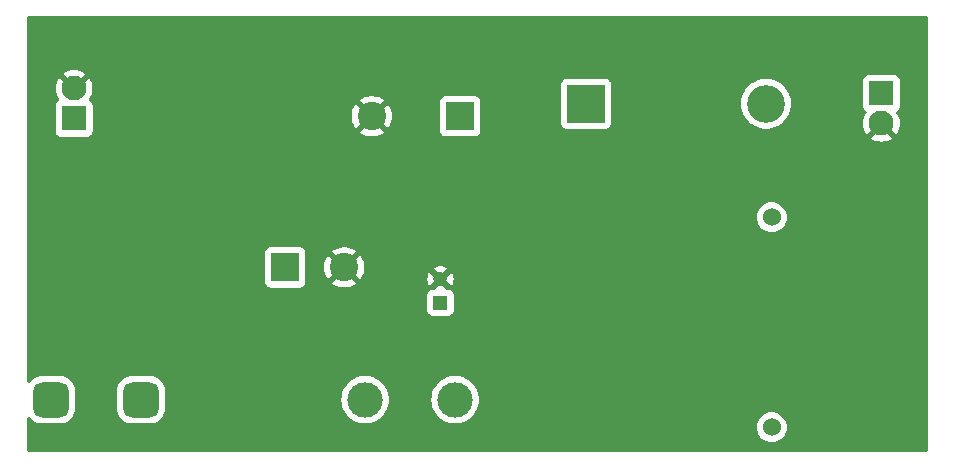
<source format=gbr>
%TF.GenerationSoftware,KiCad,Pcbnew,7.0.7*%
%TF.CreationDate,2023-09-13T14:26:25-04:00*%
%TF.ProjectId,Alim12,416c696d-3132-42e6-9b69-6361645f7063,rev?*%
%TF.SameCoordinates,Original*%
%TF.FileFunction,Copper,L2,Inr*%
%TF.FilePolarity,Positive*%
%FSLAX46Y46*%
G04 Gerber Fmt 4.6, Leading zero omitted, Abs format (unit mm)*
G04 Created by KiCad (PCBNEW 7.0.7) date 2023-09-13 14:26:25*
%MOMM*%
%LPD*%
G01*
G04 APERTURE LIST*
G04 Aperture macros list*
%AMRoundRect*
0 Rectangle with rounded corners*
0 $1 Rounding radius*
0 $2 $3 $4 $5 $6 $7 $8 $9 X,Y pos of 4 corners*
0 Add a 4 corners polygon primitive as box body*
4,1,4,$2,$3,$4,$5,$6,$7,$8,$9,$2,$3,0*
0 Add four circle primitives for the rounded corners*
1,1,$1+$1,$2,$3*
1,1,$1+$1,$4,$5*
1,1,$1+$1,$6,$7*
1,1,$1+$1,$8,$9*
0 Add four rect primitives between the rounded corners*
20,1,$1+$1,$2,$3,$4,$5,0*
20,1,$1+$1,$4,$5,$6,$7,0*
20,1,$1+$1,$6,$7,$8,$9,0*
20,1,$1+$1,$8,$9,$2,$3,0*%
G04 Aperture macros list end*
%TA.AperFunction,ComponentPad*%
%ADD10R,2.400000X2.400000*%
%TD*%
%TA.AperFunction,ComponentPad*%
%ADD11C,2.400000*%
%TD*%
%TA.AperFunction,ComponentPad*%
%ADD12R,2.100000X2.100000*%
%TD*%
%TA.AperFunction,ComponentPad*%
%ADD13C,2.100000*%
%TD*%
%TA.AperFunction,ComponentPad*%
%ADD14C,1.524000*%
%TD*%
%TA.AperFunction,ComponentPad*%
%ADD15RoundRect,0.750000X-0.750000X-0.750000X0.750000X-0.750000X0.750000X0.750000X-0.750000X0.750000X0*%
%TD*%
%TA.AperFunction,ComponentPad*%
%ADD16C,3.000000*%
%TD*%
%TA.AperFunction,ComponentPad*%
%ADD17R,3.200000X3.200000*%
%TD*%
%TA.AperFunction,ComponentPad*%
%ADD18O,3.200000X3.200000*%
%TD*%
%TA.AperFunction,ComponentPad*%
%ADD19R,1.200000X1.200000*%
%TD*%
%TA.AperFunction,ComponentPad*%
%ADD20C,1.200000*%
%TD*%
%TA.AperFunction,ViaPad*%
%ADD21C,0.800000*%
%TD*%
G04 APERTURE END LIST*
D10*
%TO.N,Net-(D1-K)*%
%TO.C,C3*%
X139160000Y-96030000D03*
D11*
%TO.N,GND*%
X131660000Y-96030000D03*
%TD*%
D12*
%TO.N,Net-(D1-K)*%
%TO.C,J3*%
X174820000Y-94090000D03*
D13*
%TO.N,GND*%
X174820000Y-96630000D03*
%TD*%
D10*
%TO.N,Net-(U1-VCC)*%
%TO.C,C1*%
X124350000Y-108830000D03*
D11*
%TO.N,GND*%
X129350000Y-108830000D03*
%TD*%
D14*
%TO.N,Net-(U1-Ipk_Sense)*%
%TO.C,L1*%
X165530000Y-122370000D03*
%TO.N,Net-(D1-A)*%
X165530000Y-104590000D03*
%TD*%
D12*
%TO.N,Net-(J1-Pin_1)*%
%TO.C,J1*%
X106470000Y-96220000D03*
D13*
%TO.N,GND*%
X106470000Y-93680000D03*
%TD*%
D15*
%TO.N,Net-(J1-Pin_1)*%
%TO.C,F1*%
X104515000Y-120030000D03*
X112135000Y-120030000D03*
D16*
%TO.N,Net-(U1-VCC)*%
X131105000Y-120030000D03*
X138725000Y-120030000D03*
%TD*%
D17*
%TO.N,Net-(D1-K)*%
%TO.C,D1*%
X149820000Y-94970000D03*
D18*
%TO.N,Net-(D1-A)*%
X165060000Y-94970000D03*
%TD*%
D19*
%TO.N,Net-(U1-timing_capacitor)*%
%TO.C,C2*%
X137490000Y-111832599D03*
D20*
%TO.N,GND*%
X137490000Y-109832599D03*
%TD*%
D21*
%TO.N,GND*%
X176531517Y-123001750D03*
X176531517Y-118001750D03*
X176531517Y-113001750D03*
X176531517Y-108001750D03*
X176531517Y-103001750D03*
X171531517Y-123001750D03*
X171531517Y-118001750D03*
X171531517Y-113001750D03*
X171531517Y-108001750D03*
X171531517Y-103001750D03*
X171531517Y-98001750D03*
X171531517Y-93001750D03*
X166531517Y-118001750D03*
X166531517Y-113001750D03*
X166531517Y-108001750D03*
X166531517Y-98001750D03*
X161531517Y-123001750D03*
X161531517Y-118001750D03*
X161531517Y-113001750D03*
X161531517Y-108001750D03*
X161531517Y-103001750D03*
X161531517Y-98001750D03*
X161531517Y-93001750D03*
X156531517Y-123001750D03*
X156531517Y-118001750D03*
X156531517Y-113001750D03*
X156531517Y-108001750D03*
X156531517Y-103001750D03*
X156531517Y-98001750D03*
X156531517Y-93001750D03*
X151531517Y-123001750D03*
X151531517Y-118001750D03*
X151531517Y-103001750D03*
X151531517Y-98001750D03*
X146531517Y-123001750D03*
X146531517Y-118001750D03*
X146531517Y-113001750D03*
X146531517Y-98001750D03*
X146531517Y-93001750D03*
X141531517Y-123001750D03*
X141531517Y-118001750D03*
X141531517Y-98001750D03*
X141531517Y-93001750D03*
X136531517Y-123001750D03*
X136531517Y-118001750D03*
X136531517Y-108001750D03*
X136531517Y-103001750D03*
X136531517Y-98001750D03*
X136531517Y-93001750D03*
X131531517Y-123001750D03*
X131531517Y-113001750D03*
X131531517Y-108001750D03*
X131531517Y-103001750D03*
X131531517Y-93001750D03*
X126531517Y-123001750D03*
X126531517Y-118001750D03*
X126531517Y-113001750D03*
X126531517Y-108001750D03*
X126531517Y-103001750D03*
X126531517Y-98001750D03*
X126531517Y-93001750D03*
X121531517Y-123001750D03*
X121531517Y-118001750D03*
X121531517Y-113001750D03*
X121531517Y-108001750D03*
X121531517Y-103001750D03*
X121531517Y-98001750D03*
X121531517Y-93001750D03*
X116531517Y-123001750D03*
X116531517Y-118001750D03*
X116531517Y-113001750D03*
X116531517Y-108001750D03*
X116531517Y-103001750D03*
X116531517Y-98001750D03*
X111531517Y-123001750D03*
X111531517Y-113001750D03*
X111531517Y-108001750D03*
X111531517Y-103001750D03*
X111531517Y-98001750D03*
X106531517Y-123001750D03*
X106531517Y-113001750D03*
X106531517Y-108001750D03*
X106531517Y-103001750D03*
X149200000Y-108990000D03*
X143540000Y-106450000D03*
X149190000Y-107720000D03*
X111710000Y-95290000D03*
X143530000Y-108990000D03*
X149200000Y-106450000D03*
X143540000Y-110260000D03*
X149200000Y-110260000D03*
X148570000Y-102460000D03*
%TD*%
%TA.AperFunction,Conductor*%
%TO.N,GND*%
G36*
X178682539Y-87559685D02*
G01*
X178728294Y-87612489D01*
X178739500Y-87664000D01*
X178739500Y-124345500D01*
X178719815Y-124412539D01*
X178667011Y-124458294D01*
X178615500Y-124469500D01*
X102644500Y-124469500D01*
X102577461Y-124449815D01*
X102531706Y-124397011D01*
X102520500Y-124345500D01*
X102520500Y-122370002D01*
X164254647Y-122370002D01*
X164274021Y-122591457D01*
X164274022Y-122591465D01*
X164331558Y-122806191D01*
X164331559Y-122806193D01*
X164331560Y-122806196D01*
X164378536Y-122906936D01*
X164425511Y-123007676D01*
X164425512Y-123007677D01*
X164553023Y-123189781D01*
X164710219Y-123346977D01*
X164892323Y-123474488D01*
X165093804Y-123568440D01*
X165308537Y-123625978D01*
X165466724Y-123639817D01*
X165529998Y-123645353D01*
X165530000Y-123645353D01*
X165530002Y-123645353D01*
X165585365Y-123640509D01*
X165751463Y-123625978D01*
X165966196Y-123568440D01*
X166167677Y-123474488D01*
X166349781Y-123346977D01*
X166506977Y-123189781D01*
X166634488Y-123007677D01*
X166728440Y-122806196D01*
X166785978Y-122591463D01*
X166805353Y-122370000D01*
X166785978Y-122148537D01*
X166728440Y-121933804D01*
X166634488Y-121732324D01*
X166634486Y-121732321D01*
X166634485Y-121732319D01*
X166506978Y-121550220D01*
X166434253Y-121477495D01*
X166349781Y-121393023D01*
X166167677Y-121265512D01*
X166167678Y-121265512D01*
X166167676Y-121265511D01*
X166021477Y-121197338D01*
X165966196Y-121171560D01*
X165966193Y-121171559D01*
X165966191Y-121171558D01*
X165751465Y-121114022D01*
X165751457Y-121114021D01*
X165530002Y-121094647D01*
X165529998Y-121094647D01*
X165308542Y-121114021D01*
X165308535Y-121114022D01*
X165093800Y-121171561D01*
X164892323Y-121265512D01*
X164892319Y-121265514D01*
X164710217Y-121393023D01*
X164553023Y-121550217D01*
X164425514Y-121732319D01*
X164425512Y-121732323D01*
X164331561Y-121933800D01*
X164274022Y-122148535D01*
X164274021Y-122148542D01*
X164254647Y-122369997D01*
X164254647Y-122370002D01*
X102520500Y-122370002D01*
X102520500Y-121590289D01*
X102540185Y-121523250D01*
X102592989Y-121477495D01*
X102662147Y-121467551D01*
X102725703Y-121496576D01*
X102746428Y-121519673D01*
X102795014Y-121589803D01*
X102955196Y-121749985D01*
X103141404Y-121878991D01*
X103141405Y-121878991D01*
X103141409Y-121878994D01*
X103246995Y-121926953D01*
X103347661Y-121972678D01*
X103347662Y-121972678D01*
X103347664Y-121972679D01*
X103567331Y-122028030D01*
X103682270Y-122037075D01*
X103700362Y-122038500D01*
X103700364Y-122038500D01*
X105329638Y-122038500D01*
X105346577Y-122037166D01*
X105462669Y-122028030D01*
X105682336Y-121972679D01*
X105888591Y-121878994D01*
X106074802Y-121749986D01*
X106234986Y-121589802D01*
X106363994Y-121403591D01*
X106457679Y-121197336D01*
X106513030Y-120977669D01*
X106523500Y-120844638D01*
X110126500Y-120844638D01*
X110136970Y-120977668D01*
X110192321Y-121197338D01*
X110286008Y-121403595D01*
X110415014Y-121589803D01*
X110575196Y-121749985D01*
X110761404Y-121878991D01*
X110761405Y-121878991D01*
X110761409Y-121878994D01*
X110866995Y-121926953D01*
X110967661Y-121972678D01*
X110967662Y-121972678D01*
X110967664Y-121972679D01*
X111187331Y-122028030D01*
X111302270Y-122037075D01*
X111320362Y-122038500D01*
X111320364Y-122038500D01*
X112949638Y-122038500D01*
X112966577Y-122037166D01*
X113082669Y-122028030D01*
X113302336Y-121972679D01*
X113508591Y-121878994D01*
X113694802Y-121749986D01*
X113854986Y-121589802D01*
X113983994Y-121403591D01*
X114077679Y-121197336D01*
X114133030Y-120977669D01*
X114143500Y-120844636D01*
X114143500Y-120030000D01*
X129091807Y-120030000D01*
X129110557Y-120304130D01*
X129110558Y-120304132D01*
X129166458Y-120573141D01*
X129166463Y-120573158D01*
X129258476Y-120832056D01*
X129384889Y-121076024D01*
X129384893Y-121076030D01*
X129543340Y-121300499D01*
X129543343Y-121300502D01*
X129730889Y-121501314D01*
X129944031Y-121674718D01*
X129944033Y-121674719D01*
X129944034Y-121674720D01*
X130178801Y-121817485D01*
X130320403Y-121878991D01*
X130430823Y-121926953D01*
X130695404Y-122001085D01*
X130934720Y-122033978D01*
X130967614Y-122038500D01*
X130967615Y-122038500D01*
X131242386Y-122038500D01*
X131271733Y-122034466D01*
X131514596Y-122001085D01*
X131779177Y-121926953D01*
X132031200Y-121817484D01*
X132265969Y-121674718D01*
X132479111Y-121501314D01*
X132666657Y-121300502D01*
X132825111Y-121076023D01*
X132951523Y-120832058D01*
X133043538Y-120573153D01*
X133043539Y-120573146D01*
X133043541Y-120573141D01*
X133069491Y-120448259D01*
X133099442Y-120304130D01*
X133118193Y-120030000D01*
X133118193Y-120029999D01*
X136711807Y-120029999D01*
X136730557Y-120304130D01*
X136730558Y-120304132D01*
X136786458Y-120573141D01*
X136786463Y-120573158D01*
X136878476Y-120832056D01*
X137004889Y-121076024D01*
X137004893Y-121076030D01*
X137163340Y-121300499D01*
X137163343Y-121300502D01*
X137350889Y-121501314D01*
X137564031Y-121674718D01*
X137564033Y-121674719D01*
X137564034Y-121674720D01*
X137798801Y-121817485D01*
X137940403Y-121878991D01*
X138050823Y-121926953D01*
X138315404Y-122001085D01*
X138554720Y-122033978D01*
X138587614Y-122038500D01*
X138587615Y-122038500D01*
X138862386Y-122038500D01*
X138891733Y-122034466D01*
X139134596Y-122001085D01*
X139399177Y-121926953D01*
X139651200Y-121817484D01*
X139885969Y-121674718D01*
X140099111Y-121501314D01*
X140286657Y-121300502D01*
X140445111Y-121076023D01*
X140571523Y-120832058D01*
X140663538Y-120573153D01*
X140663539Y-120573146D01*
X140663541Y-120573141D01*
X140689491Y-120448259D01*
X140719442Y-120304130D01*
X140738193Y-120030000D01*
X140719442Y-119755870D01*
X140700141Y-119662989D01*
X140663541Y-119486858D01*
X140663536Y-119486841D01*
X140571523Y-119227943D01*
X140571523Y-119227942D01*
X140445111Y-118983977D01*
X140445110Y-118983975D01*
X140445106Y-118983969D01*
X140286659Y-118759500D01*
X140190378Y-118656409D01*
X140099111Y-118558686D01*
X139885969Y-118385282D01*
X139885967Y-118385281D01*
X139885965Y-118385279D01*
X139651198Y-118242514D01*
X139399178Y-118133047D01*
X139134602Y-118058916D01*
X139134597Y-118058915D01*
X139134596Y-118058915D01*
X138938559Y-118031970D01*
X138862386Y-118021500D01*
X138862385Y-118021500D01*
X138587615Y-118021500D01*
X138587614Y-118021500D01*
X138315404Y-118058915D01*
X138315397Y-118058916D01*
X138050821Y-118133047D01*
X137798801Y-118242514D01*
X137564034Y-118385279D01*
X137350892Y-118558683D01*
X137163340Y-118759500D01*
X137004893Y-118983969D01*
X137004889Y-118983975D01*
X136878476Y-119227943D01*
X136786463Y-119486841D01*
X136786458Y-119486858D01*
X136730558Y-119755867D01*
X136730557Y-119755869D01*
X136711807Y-120029999D01*
X133118193Y-120029999D01*
X133099442Y-119755870D01*
X133080141Y-119662989D01*
X133043541Y-119486858D01*
X133043536Y-119486841D01*
X132951523Y-119227943D01*
X132951523Y-119227942D01*
X132825111Y-118983977D01*
X132825110Y-118983975D01*
X132825106Y-118983969D01*
X132666659Y-118759500D01*
X132570378Y-118656409D01*
X132479111Y-118558686D01*
X132265969Y-118385282D01*
X132265967Y-118385281D01*
X132265965Y-118385279D01*
X132031198Y-118242514D01*
X131779178Y-118133047D01*
X131514602Y-118058916D01*
X131514597Y-118058915D01*
X131514596Y-118058915D01*
X131318559Y-118031970D01*
X131242386Y-118021500D01*
X131242385Y-118021500D01*
X130967615Y-118021500D01*
X130967614Y-118021500D01*
X130695404Y-118058915D01*
X130695397Y-118058916D01*
X130430821Y-118133047D01*
X130178801Y-118242514D01*
X129944034Y-118385279D01*
X129730892Y-118558683D01*
X129543340Y-118759500D01*
X129384893Y-118983969D01*
X129384889Y-118983975D01*
X129258476Y-119227943D01*
X129166463Y-119486841D01*
X129166458Y-119486858D01*
X129110558Y-119755867D01*
X129110557Y-119755869D01*
X129091807Y-120030000D01*
X114143500Y-120030000D01*
X114143500Y-119215364D01*
X114133030Y-119082331D01*
X114077679Y-118862664D01*
X113983994Y-118656409D01*
X113939206Y-118591762D01*
X113854985Y-118470196D01*
X113694802Y-118310014D01*
X113694803Y-118310014D01*
X113508595Y-118181008D01*
X113302338Y-118087321D01*
X113155891Y-118050420D01*
X113082669Y-118031970D01*
X113038324Y-118028480D01*
X112949638Y-118021500D01*
X112949636Y-118021500D01*
X111320364Y-118021500D01*
X111320362Y-118021500D01*
X111187331Y-118031970D01*
X110967661Y-118087321D01*
X110761404Y-118181008D01*
X110575196Y-118310014D01*
X110415014Y-118470196D01*
X110286008Y-118656404D01*
X110192321Y-118862661D01*
X110136970Y-119082331D01*
X110126500Y-119215362D01*
X110126500Y-120844638D01*
X106523500Y-120844638D01*
X106523500Y-120844636D01*
X106523500Y-119215364D01*
X106513030Y-119082331D01*
X106457679Y-118862664D01*
X106363994Y-118656409D01*
X106319206Y-118591762D01*
X106234985Y-118470196D01*
X106074802Y-118310014D01*
X106074803Y-118310014D01*
X105888595Y-118181008D01*
X105682338Y-118087321D01*
X105535891Y-118050420D01*
X105462669Y-118031970D01*
X105418324Y-118028480D01*
X105329638Y-118021500D01*
X105329636Y-118021500D01*
X103700364Y-118021500D01*
X103700362Y-118021500D01*
X103567331Y-118031970D01*
X103347661Y-118087321D01*
X103141404Y-118181008D01*
X102955196Y-118310014D01*
X102795016Y-118470194D01*
X102746428Y-118540327D01*
X102692069Y-118584223D01*
X102622607Y-118591762D01*
X102560096Y-118560551D01*
X102524383Y-118500498D01*
X102520500Y-118469710D01*
X102520500Y-112481253D01*
X136381500Y-112481253D01*
X136388011Y-112541801D01*
X136388011Y-112541803D01*
X136439110Y-112678803D01*
X136439111Y-112678803D01*
X136526739Y-112795860D01*
X136643796Y-112883488D01*
X136780799Y-112934588D01*
X136808050Y-112937517D01*
X136841345Y-112941098D01*
X136841362Y-112941099D01*
X138138638Y-112941099D01*
X138138654Y-112941098D01*
X138165692Y-112938190D01*
X138199201Y-112934588D01*
X138336204Y-112883488D01*
X138453261Y-112795860D01*
X138540889Y-112678803D01*
X138591989Y-112541800D01*
X138595591Y-112508291D01*
X138598499Y-112481253D01*
X138598500Y-112481236D01*
X138598500Y-111183961D01*
X138598499Y-111183944D01*
X138595157Y-111152869D01*
X138591989Y-111123398D01*
X138540889Y-110986395D01*
X138453261Y-110869338D01*
X138336204Y-110781710D01*
X138336203Y-110781709D01*
X138199203Y-110730610D01*
X138138654Y-110724099D01*
X138138638Y-110724099D01*
X138079309Y-110724099D01*
X138012270Y-110704414D01*
X137991628Y-110687780D01*
X137600263Y-110296415D01*
X137566778Y-110235092D01*
X137571762Y-110165400D01*
X137613634Y-110109467D01*
X137622658Y-110103312D01*
X137695610Y-110058142D01*
X137763201Y-109968637D01*
X137763200Y-109968637D01*
X137770126Y-109959467D01*
X137773547Y-109962050D01*
X137805631Y-109927324D01*
X137873263Y-109909785D01*
X137939642Y-109931595D01*
X137956995Y-109946041D01*
X138427465Y-110416511D01*
X138429247Y-110414151D01*
X138429249Y-110414149D01*
X138520113Y-110231668D01*
X138520116Y-110231662D01*
X138575902Y-110035591D01*
X138575903Y-110035588D01*
X138594713Y-109832599D01*
X138594713Y-109832598D01*
X138575903Y-109629609D01*
X138575902Y-109629606D01*
X138520116Y-109433535D01*
X138520113Y-109433529D01*
X138429244Y-109251040D01*
X138427466Y-109248685D01*
X138427465Y-109248684D01*
X137953119Y-109723031D01*
X137891796Y-109756516D01*
X137822104Y-109751532D01*
X137766171Y-109709660D01*
X137754440Y-109690627D01*
X137733552Y-109648677D01*
X137650666Y-109573115D01*
X137644511Y-109570730D01*
X137589110Y-109528160D01*
X137565518Y-109462394D01*
X137581228Y-109394313D01*
X137601623Y-109367423D01*
X138070688Y-108898357D01*
X138070687Y-108898356D01*
X137982418Y-108843703D01*
X137982411Y-108843699D01*
X137792321Y-108770059D01*
X137591928Y-108732599D01*
X137388072Y-108732599D01*
X137187678Y-108770059D01*
X136997588Y-108843699D01*
X136997584Y-108843701D01*
X136909310Y-108898357D01*
X137379736Y-109368782D01*
X137413221Y-109430105D01*
X137408237Y-109499796D01*
X137366366Y-109555730D01*
X137357334Y-109561889D01*
X137284390Y-109607055D01*
X137209874Y-109705731D01*
X137206484Y-109703171D01*
X137174007Y-109738087D01*
X137106315Y-109755397D01*
X137040011Y-109733362D01*
X137023004Y-109719155D01*
X136552533Y-109248684D01*
X136550754Y-109251042D01*
X136459886Y-109433529D01*
X136459883Y-109433535D01*
X136404097Y-109629606D01*
X136404096Y-109629609D01*
X136385287Y-109832598D01*
X136385287Y-109832599D01*
X136404096Y-110035588D01*
X136404097Y-110035591D01*
X136459883Y-110231662D01*
X136459886Y-110231668D01*
X136550754Y-110414155D01*
X136550755Y-110414156D01*
X136552533Y-110416511D01*
X137026880Y-109942166D01*
X137088203Y-109908681D01*
X137157895Y-109913665D01*
X137213828Y-109955537D01*
X137225561Y-109974575D01*
X137246447Y-110016520D01*
X137246448Y-110016521D01*
X137329334Y-110092083D01*
X137335488Y-110094467D01*
X137390890Y-110137040D01*
X137414481Y-110202806D01*
X137398770Y-110270887D01*
X137378376Y-110297775D01*
X136988372Y-110687780D01*
X136927049Y-110721265D01*
X136900691Y-110724099D01*
X136841345Y-110724099D01*
X136780797Y-110730610D01*
X136780795Y-110730610D01*
X136643795Y-110781710D01*
X136526739Y-110869338D01*
X136439111Y-110986394D01*
X136388011Y-111123394D01*
X136388011Y-111123396D01*
X136381500Y-111183944D01*
X136381500Y-112481253D01*
X102520500Y-112481253D01*
X102520500Y-110078654D01*
X122641500Y-110078654D01*
X122648011Y-110139202D01*
X122648011Y-110139204D01*
X122683777Y-110235092D01*
X122699111Y-110276204D01*
X122786739Y-110393261D01*
X122903796Y-110480889D01*
X123018949Y-110523839D01*
X123035463Y-110529999D01*
X123040799Y-110531989D01*
X123068050Y-110534918D01*
X123101345Y-110538499D01*
X123101362Y-110538500D01*
X125598638Y-110538500D01*
X125598654Y-110538499D01*
X125625692Y-110535591D01*
X125659201Y-110531989D01*
X125664537Y-110529999D01*
X125673768Y-110526555D01*
X125796204Y-110480889D01*
X125913261Y-110393261D01*
X126000889Y-110276204D01*
X126051989Y-110139201D01*
X126055848Y-110103307D01*
X126058499Y-110078654D01*
X126058499Y-110078647D01*
X126058500Y-110078638D01*
X126058500Y-108830004D01*
X127645233Y-108830004D01*
X127664273Y-109084079D01*
X127720968Y-109332477D01*
X127720973Y-109332494D01*
X127814058Y-109569671D01*
X127814057Y-109569671D01*
X127941457Y-109790332D01*
X127983452Y-109842993D01*
X128668590Y-109157855D01*
X128729913Y-109124370D01*
X128799604Y-109129354D01*
X128854645Y-109170049D01*
X128914984Y-109248684D01*
X128922075Y-109257925D01*
X129009948Y-109325353D01*
X129051150Y-109381781D01*
X129055305Y-109451527D01*
X129022142Y-109511409D01*
X128336813Y-110196737D01*
X128497623Y-110306375D01*
X128497624Y-110306376D01*
X128727176Y-110416921D01*
X128727174Y-110416921D01*
X128970652Y-110492024D01*
X128970658Y-110492026D01*
X129222595Y-110529999D01*
X129222604Y-110530000D01*
X129477396Y-110530000D01*
X129477404Y-110529999D01*
X129729341Y-110492026D01*
X129729347Y-110492024D01*
X129972824Y-110416921D01*
X130202381Y-110306373D01*
X130363185Y-110196737D01*
X129677856Y-109511409D01*
X129644371Y-109450086D01*
X129649355Y-109380395D01*
X129690049Y-109325353D01*
X129777925Y-109257925D01*
X129845354Y-109170048D01*
X129901779Y-109128848D01*
X129971525Y-109124693D01*
X130031409Y-109157856D01*
X130716545Y-109842993D01*
X130758545Y-109790327D01*
X130885941Y-109569671D01*
X130979026Y-109332494D01*
X130979031Y-109332477D01*
X131035726Y-109084079D01*
X131054767Y-108830004D01*
X131054767Y-108829995D01*
X131035726Y-108575920D01*
X130979031Y-108327522D01*
X130979026Y-108327505D01*
X130885941Y-108090328D01*
X130885942Y-108090328D01*
X130758544Y-107869671D01*
X130716545Y-107817005D01*
X130031409Y-108502142D01*
X129970086Y-108535627D01*
X129900394Y-108530643D01*
X129845353Y-108489948D01*
X129777925Y-108402075D01*
X129777925Y-108402074D01*
X129690049Y-108334645D01*
X129648847Y-108278219D01*
X129644692Y-108208473D01*
X129677855Y-108148590D01*
X130363185Y-107463261D01*
X130202377Y-107353624D01*
X130202376Y-107353623D01*
X129972823Y-107243078D01*
X129972825Y-107243078D01*
X129729347Y-107167975D01*
X129729341Y-107167973D01*
X129477404Y-107130000D01*
X129222595Y-107130000D01*
X128970658Y-107167973D01*
X128970652Y-107167975D01*
X128727175Y-107243078D01*
X128497624Y-107353623D01*
X128497616Y-107353628D01*
X128336813Y-107463261D01*
X129022143Y-108148590D01*
X129055628Y-108209913D01*
X129050644Y-108279604D01*
X129009949Y-108334646D01*
X128922075Y-108402074D01*
X128922074Y-108402075D01*
X128854646Y-108489949D01*
X128798218Y-108531151D01*
X128728472Y-108535306D01*
X128668590Y-108502143D01*
X127983453Y-107817006D01*
X127941455Y-107869670D01*
X127814058Y-108090328D01*
X127720973Y-108327505D01*
X127720968Y-108327522D01*
X127664273Y-108575920D01*
X127645233Y-108829995D01*
X127645233Y-108830004D01*
X126058500Y-108830004D01*
X126058500Y-107581362D01*
X126058499Y-107581352D01*
X126058499Y-107581345D01*
X126055157Y-107550270D01*
X126051989Y-107520799D01*
X126000889Y-107383796D01*
X125913261Y-107266739D01*
X125796204Y-107179111D01*
X125766348Y-107167975D01*
X125659203Y-107128011D01*
X125598654Y-107121500D01*
X125598638Y-107121500D01*
X123101362Y-107121500D01*
X123101345Y-107121500D01*
X123040797Y-107128011D01*
X123040795Y-107128011D01*
X122903795Y-107179111D01*
X122786739Y-107266739D01*
X122699111Y-107383795D01*
X122648011Y-107520795D01*
X122648011Y-107520797D01*
X122641500Y-107581345D01*
X122641500Y-110078654D01*
X102520500Y-110078654D01*
X102520500Y-104590002D01*
X164254647Y-104590002D01*
X164274021Y-104811457D01*
X164274022Y-104811465D01*
X164331558Y-105026191D01*
X164331559Y-105026193D01*
X164331560Y-105026196D01*
X164378536Y-105126936D01*
X164425511Y-105227676D01*
X164425512Y-105227677D01*
X164553023Y-105409781D01*
X164710219Y-105566977D01*
X164892323Y-105694488D01*
X165093804Y-105788440D01*
X165308537Y-105845978D01*
X165466724Y-105859817D01*
X165529998Y-105865353D01*
X165530000Y-105865353D01*
X165530002Y-105865353D01*
X165585365Y-105860509D01*
X165751463Y-105845978D01*
X165966196Y-105788440D01*
X166167677Y-105694488D01*
X166349781Y-105566977D01*
X166506977Y-105409781D01*
X166634488Y-105227677D01*
X166728440Y-105026196D01*
X166785978Y-104811463D01*
X166805353Y-104590000D01*
X166785978Y-104368537D01*
X166728440Y-104153804D01*
X166634488Y-103952324D01*
X166634486Y-103952321D01*
X166634485Y-103952319D01*
X166506978Y-103770220D01*
X166506975Y-103770217D01*
X166349781Y-103613023D01*
X166167677Y-103485512D01*
X166167678Y-103485512D01*
X166167676Y-103485511D01*
X166066936Y-103438535D01*
X165966196Y-103391560D01*
X165966193Y-103391559D01*
X165966191Y-103391558D01*
X165751465Y-103334022D01*
X165751457Y-103334021D01*
X165530002Y-103314647D01*
X165529998Y-103314647D01*
X165308542Y-103334021D01*
X165308535Y-103334022D01*
X165093800Y-103391561D01*
X164892323Y-103485512D01*
X164892319Y-103485514D01*
X164710217Y-103613023D01*
X164553023Y-103770217D01*
X164425514Y-103952319D01*
X164425512Y-103952323D01*
X164331561Y-104153800D01*
X164274022Y-104368535D01*
X164274021Y-104368542D01*
X164254647Y-104589997D01*
X164254647Y-104590002D01*
X102520500Y-104590002D01*
X102520500Y-97318654D01*
X104911500Y-97318654D01*
X104918011Y-97379202D01*
X104918011Y-97379204D01*
X104965444Y-97506373D01*
X104969111Y-97516204D01*
X105056739Y-97633261D01*
X105173796Y-97720889D01*
X105310799Y-97771989D01*
X105338050Y-97774918D01*
X105371345Y-97778499D01*
X105371362Y-97778500D01*
X107568638Y-97778500D01*
X107568654Y-97778499D01*
X107595692Y-97775591D01*
X107629201Y-97771989D01*
X107766204Y-97720889D01*
X107883261Y-97633261D01*
X107970889Y-97516204D01*
X108021989Y-97379201D01*
X108026289Y-97339201D01*
X108028499Y-97318654D01*
X108028499Y-97318647D01*
X108028500Y-97318638D01*
X108028500Y-96030004D01*
X129955233Y-96030004D01*
X129974273Y-96284079D01*
X130030968Y-96532477D01*
X130030973Y-96532494D01*
X130124058Y-96769671D01*
X130124057Y-96769671D01*
X130251457Y-96990332D01*
X130293452Y-97042993D01*
X130978590Y-96357855D01*
X131039913Y-96324370D01*
X131109604Y-96329354D01*
X131164645Y-96370049D01*
X131177484Y-96386780D01*
X131232075Y-96457925D01*
X131319948Y-96525353D01*
X131361150Y-96581781D01*
X131365305Y-96651527D01*
X131332142Y-96711409D01*
X130646813Y-97396737D01*
X130807623Y-97506375D01*
X130807624Y-97506376D01*
X131037176Y-97616921D01*
X131037174Y-97616921D01*
X131280652Y-97692024D01*
X131280658Y-97692026D01*
X131532595Y-97729999D01*
X131532604Y-97730000D01*
X131787396Y-97730000D01*
X131787404Y-97729999D01*
X132039341Y-97692026D01*
X132039347Y-97692024D01*
X132282824Y-97616921D01*
X132512381Y-97506373D01*
X132673185Y-97396737D01*
X132555102Y-97278654D01*
X137451500Y-97278654D01*
X137458011Y-97339202D01*
X137458011Y-97339204D01*
X137509110Y-97476203D01*
X137509111Y-97476204D01*
X137596739Y-97593261D01*
X137713796Y-97680889D01*
X137821036Y-97720888D01*
X137845463Y-97729999D01*
X137850799Y-97731989D01*
X137878050Y-97734918D01*
X137911345Y-97738499D01*
X137911362Y-97738500D01*
X140408638Y-97738500D01*
X140408654Y-97738499D01*
X140435692Y-97735591D01*
X140469201Y-97731989D01*
X140474537Y-97729999D01*
X140498961Y-97720889D01*
X140606204Y-97680889D01*
X140723261Y-97593261D01*
X140810889Y-97476204D01*
X140861989Y-97339201D01*
X140865591Y-97305692D01*
X140868499Y-97278654D01*
X140868500Y-97278637D01*
X140868500Y-96618654D01*
X147711500Y-96618654D01*
X147718011Y-96679202D01*
X147718011Y-96679204D01*
X147751755Y-96769671D01*
X147769111Y-96816204D01*
X147856739Y-96933261D01*
X147973796Y-97020889D01*
X148110799Y-97071989D01*
X148138050Y-97074918D01*
X148171345Y-97078499D01*
X148171362Y-97078500D01*
X151468638Y-97078500D01*
X151468654Y-97078499D01*
X151495692Y-97075591D01*
X151529201Y-97071989D01*
X151666204Y-97020889D01*
X151783261Y-96933261D01*
X151870889Y-96816204D01*
X151921989Y-96679201D01*
X151925591Y-96645692D01*
X151928499Y-96618654D01*
X151928500Y-96618637D01*
X151928500Y-94969999D01*
X162946573Y-94969999D01*
X162966257Y-95257778D01*
X162966258Y-95257780D01*
X163024941Y-95540185D01*
X163024946Y-95540201D01*
X163094401Y-95735627D01*
X163121541Y-95811992D01*
X163254247Y-96068103D01*
X163420591Y-96303758D01*
X163420595Y-96303762D01*
X163420595Y-96303763D01*
X163617477Y-96514571D01*
X163805926Y-96667886D01*
X163841228Y-96696606D01*
X164087686Y-96846481D01*
X164087688Y-96846482D01*
X164087690Y-96846483D01*
X164191282Y-96891479D01*
X164352256Y-96961400D01*
X164630011Y-97039223D01*
X164868404Y-97071989D01*
X164915774Y-97078500D01*
X164915775Y-97078500D01*
X165204226Y-97078500D01*
X165251596Y-97071989D01*
X165489989Y-97039223D01*
X165767744Y-96961400D01*
X166032314Y-96846481D01*
X166278772Y-96696606D01*
X166502526Y-96514568D01*
X166699409Y-96303758D01*
X166865753Y-96068103D01*
X166998459Y-95811992D01*
X167095055Y-95540196D01*
X167095055Y-95540191D01*
X167095058Y-95540185D01*
X167146978Y-95290328D01*
X167153742Y-95257778D01*
X167158470Y-95188654D01*
X173261500Y-95188654D01*
X173268011Y-95249202D01*
X173268011Y-95249204D01*
X173319110Y-95386203D01*
X173319111Y-95386204D01*
X173406739Y-95503261D01*
X173512236Y-95582235D01*
X173554107Y-95638169D01*
X173559091Y-95707861D01*
X173543653Y-95746291D01*
X173434667Y-95924140D01*
X173341303Y-96149542D01*
X173284348Y-96386780D01*
X173265207Y-96629999D01*
X173284348Y-96873219D01*
X173341303Y-97110457D01*
X173434668Y-97335861D01*
X173558504Y-97537942D01*
X174171482Y-96924964D01*
X174232805Y-96891479D01*
X174302496Y-96896463D01*
X174358430Y-96938334D01*
X174361514Y-96943249D01*
X174361549Y-96943225D01*
X174366441Y-96950156D01*
X174469637Y-97060651D01*
X174469638Y-97060652D01*
X174504698Y-97081973D01*
X174551749Y-97133623D01*
X174563407Y-97202513D01*
X174535970Y-97266770D01*
X174527950Y-97275601D01*
X173912056Y-97891494D01*
X174114138Y-98015331D01*
X174339542Y-98108696D01*
X174576780Y-98165651D01*
X174576779Y-98165651D01*
X174820000Y-98184792D01*
X175063219Y-98165651D01*
X175300457Y-98108696D01*
X175525861Y-98015331D01*
X175727942Y-97891494D01*
X175113166Y-97276718D01*
X175079681Y-97215395D01*
X175084665Y-97145703D01*
X175122588Y-97092853D01*
X175225739Y-97008934D01*
X175276052Y-96937655D01*
X175330793Y-96894239D01*
X175400318Y-96887310D01*
X175462553Y-96919068D01*
X175465037Y-96921484D01*
X176081494Y-97537942D01*
X176205331Y-97335861D01*
X176298696Y-97110457D01*
X176355651Y-96873219D01*
X176374792Y-96629999D01*
X176355651Y-96386780D01*
X176298696Y-96149542D01*
X176205331Y-95924138D01*
X176096347Y-95746292D01*
X176078102Y-95678846D01*
X176099218Y-95612244D01*
X176127764Y-95582235D01*
X176183915Y-95540201D01*
X176233261Y-95503261D01*
X176320889Y-95386204D01*
X176371989Y-95249201D01*
X176375591Y-95215692D01*
X176378499Y-95188654D01*
X176378500Y-95188637D01*
X176378500Y-92991362D01*
X176378499Y-92991345D01*
X176375157Y-92960270D01*
X176371989Y-92930799D01*
X176360791Y-92900777D01*
X176348570Y-92868011D01*
X176320889Y-92793796D01*
X176233261Y-92676739D01*
X176116204Y-92589111D01*
X176116204Y-92589110D01*
X175979203Y-92538011D01*
X175918654Y-92531500D01*
X175918638Y-92531500D01*
X173721362Y-92531500D01*
X173721345Y-92531500D01*
X173660797Y-92538011D01*
X173660795Y-92538011D01*
X173523795Y-92589111D01*
X173406739Y-92676739D01*
X173319111Y-92793795D01*
X173268011Y-92930795D01*
X173268011Y-92930797D01*
X173261500Y-92991345D01*
X173261500Y-95188654D01*
X167158470Y-95188654D01*
X167173427Y-94970000D01*
X167153742Y-94682222D01*
X167133289Y-94583795D01*
X167095058Y-94399814D01*
X167095053Y-94399798D01*
X167009991Y-94160457D01*
X166998459Y-94128008D01*
X166865753Y-93871897D01*
X166699409Y-93636242D01*
X166699404Y-93636236D01*
X166502522Y-93425428D01*
X166278771Y-93243393D01*
X166055278Y-93107484D01*
X166032314Y-93093519D01*
X166032313Y-93093518D01*
X166032309Y-93093516D01*
X165767745Y-92978600D01*
X165489995Y-92900778D01*
X165489990Y-92900777D01*
X165489989Y-92900777D01*
X165347107Y-92881138D01*
X165204226Y-92861500D01*
X165204225Y-92861500D01*
X164915775Y-92861500D01*
X164915774Y-92861500D01*
X164630011Y-92900777D01*
X164630004Y-92900778D01*
X164352254Y-92978600D01*
X164087690Y-93093516D01*
X163841228Y-93243393D01*
X163617477Y-93425428D01*
X163420595Y-93636236D01*
X163420595Y-93636237D01*
X163420592Y-93636239D01*
X163420591Y-93636242D01*
X163389704Y-93679999D01*
X163254247Y-93871896D01*
X163121540Y-94128009D01*
X163024946Y-94399798D01*
X163024941Y-94399814D01*
X162966258Y-94682219D01*
X162966257Y-94682221D01*
X162946573Y-94969999D01*
X151928500Y-94969999D01*
X151928500Y-93321362D01*
X151928499Y-93321345D01*
X151925157Y-93290270D01*
X151921989Y-93260799D01*
X151915497Y-93243394D01*
X151885994Y-93164294D01*
X151870889Y-93123796D01*
X151783261Y-93006739D01*
X151666204Y-92919111D01*
X151666203Y-92919110D01*
X151529203Y-92868011D01*
X151468654Y-92861500D01*
X151468638Y-92861500D01*
X148171362Y-92861500D01*
X148171345Y-92861500D01*
X148110797Y-92868011D01*
X148110795Y-92868011D01*
X147973795Y-92919111D01*
X147856739Y-93006739D01*
X147769111Y-93123795D01*
X147718011Y-93260795D01*
X147718011Y-93260797D01*
X147711500Y-93321345D01*
X147711500Y-96618654D01*
X140868500Y-96618654D01*
X140868500Y-94781362D01*
X140868499Y-94781345D01*
X140865157Y-94750270D01*
X140861989Y-94720799D01*
X140861359Y-94719111D01*
X140817730Y-94602138D01*
X140810889Y-94583796D01*
X140723261Y-94466739D01*
X140606204Y-94379111D01*
X140576348Y-94367975D01*
X140469203Y-94328011D01*
X140408654Y-94321500D01*
X140408638Y-94321500D01*
X137911362Y-94321500D01*
X137911345Y-94321500D01*
X137850797Y-94328011D01*
X137850795Y-94328011D01*
X137713795Y-94379111D01*
X137596739Y-94466739D01*
X137509111Y-94583795D01*
X137458011Y-94720795D01*
X137458011Y-94720797D01*
X137451500Y-94781345D01*
X137451500Y-97278654D01*
X132555102Y-97278654D01*
X131987856Y-96711409D01*
X131954371Y-96650086D01*
X131959355Y-96580395D01*
X132000049Y-96525353D01*
X132087925Y-96457925D01*
X132155354Y-96370048D01*
X132211779Y-96328848D01*
X132281525Y-96324693D01*
X132341409Y-96357856D01*
X133026545Y-97042993D01*
X133068545Y-96990327D01*
X133195941Y-96769671D01*
X133289026Y-96532494D01*
X133289031Y-96532477D01*
X133345726Y-96284079D01*
X133364767Y-96030004D01*
X133364767Y-96029995D01*
X133345726Y-95775920D01*
X133289031Y-95527522D01*
X133289026Y-95527505D01*
X133195941Y-95290328D01*
X133195942Y-95290328D01*
X133068544Y-95069671D01*
X133026545Y-95017005D01*
X132341409Y-95702142D01*
X132280086Y-95735627D01*
X132210394Y-95730643D01*
X132155353Y-95689948D01*
X132087925Y-95602075D01*
X132062069Y-95582235D01*
X132000049Y-95534645D01*
X131958847Y-95478219D01*
X131954692Y-95408473D01*
X131987855Y-95348590D01*
X132673185Y-94663261D01*
X132512377Y-94553624D01*
X132512376Y-94553623D01*
X132282823Y-94443078D01*
X132282825Y-94443078D01*
X132039347Y-94367975D01*
X132039341Y-94367973D01*
X131787404Y-94330000D01*
X131532595Y-94330000D01*
X131280658Y-94367973D01*
X131280652Y-94367975D01*
X131037175Y-94443078D01*
X130807624Y-94553623D01*
X130807616Y-94553628D01*
X130646813Y-94663261D01*
X131332143Y-95348590D01*
X131365628Y-95409913D01*
X131360644Y-95479604D01*
X131319949Y-95534646D01*
X131232075Y-95602074D01*
X131232074Y-95602075D01*
X131164646Y-95689949D01*
X131108218Y-95731151D01*
X131038472Y-95735306D01*
X130978590Y-95702143D01*
X130293453Y-95017006D01*
X130251455Y-95069670D01*
X130124058Y-95290328D01*
X130030973Y-95527505D01*
X130030968Y-95527522D01*
X129974273Y-95775920D01*
X129955233Y-96029995D01*
X129955233Y-96030004D01*
X108028500Y-96030004D01*
X108028500Y-95121362D01*
X108028499Y-95121352D01*
X108028499Y-95121345D01*
X108025157Y-95090270D01*
X108021989Y-95060799D01*
X107970889Y-94923796D01*
X107883261Y-94806739D01*
X107777762Y-94727763D01*
X107735892Y-94671830D01*
X107730908Y-94602138D01*
X107746347Y-94563707D01*
X107855331Y-94385861D01*
X107948696Y-94160457D01*
X108005651Y-93923219D01*
X108024792Y-93679999D01*
X108005651Y-93436780D01*
X107948696Y-93199542D01*
X107855331Y-92974138D01*
X107731494Y-92772056D01*
X107118517Y-93385034D01*
X107057194Y-93418519D01*
X106987502Y-93413535D01*
X106931569Y-93371663D01*
X106928486Y-93366750D01*
X106928451Y-93366775D01*
X106923558Y-93359843D01*
X106831056Y-93260799D01*
X106820362Y-93249348D01*
X106785300Y-93228026D01*
X106738248Y-93176374D01*
X106726591Y-93107484D01*
X106754029Y-93043227D01*
X106762048Y-93034397D01*
X107377942Y-92418504D01*
X107175861Y-92294668D01*
X106950457Y-92201303D01*
X106713219Y-92144348D01*
X106713220Y-92144348D01*
X106470000Y-92125207D01*
X106226780Y-92144348D01*
X105989542Y-92201303D01*
X105764146Y-92294665D01*
X105764141Y-92294668D01*
X105562056Y-92418504D01*
X106176833Y-93033280D01*
X106210318Y-93094603D01*
X106205334Y-93164294D01*
X106167408Y-93217148D01*
X106064262Y-93301064D01*
X106064258Y-93301069D01*
X106013947Y-93372343D01*
X105959204Y-93415760D01*
X105889679Y-93422689D01*
X105827444Y-93390930D01*
X105824962Y-93388515D01*
X105208504Y-92772056D01*
X105084668Y-92974141D01*
X105084665Y-92974146D01*
X104991303Y-93199542D01*
X104934348Y-93436780D01*
X104915207Y-93679999D01*
X104934348Y-93923219D01*
X104991303Y-94160457D01*
X105084666Y-94385856D01*
X105193653Y-94563707D01*
X105211897Y-94631153D01*
X105190780Y-94697756D01*
X105162236Y-94727763D01*
X105056741Y-94806737D01*
X105056740Y-94806738D01*
X105056739Y-94806739D01*
X105021531Y-94853770D01*
X104969111Y-94923795D01*
X104918011Y-95060795D01*
X104918011Y-95060797D01*
X104911500Y-95121345D01*
X104911500Y-97318654D01*
X102520500Y-97318654D01*
X102520500Y-87664000D01*
X102540185Y-87596961D01*
X102592989Y-87551206D01*
X102644500Y-87540000D01*
X178615500Y-87540000D01*
X178682539Y-87559685D01*
G37*
%TD.AperFunction*%
%TD*%
M02*

</source>
